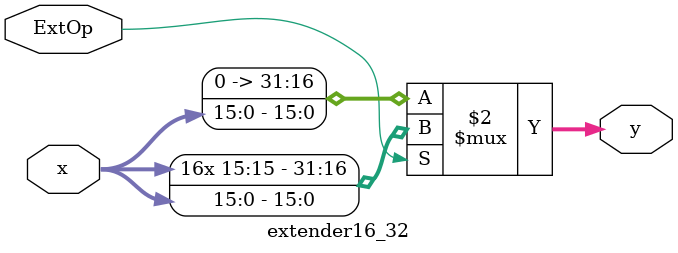
<source format=v>
module extender5_32(x,ExtOp,y);//5位立即数扩展为32位
input[4:0] x;
input ExtOp;
output[31:0] y;
assign y=(ExtOp==1)?{{27{x[4]}},x}:{{27'b0},x};
endmodule

module extender8_32(x,ExtOp,y);//5位立即数扩展为32位
input[7:0] x;
input ExtOp;
output[31:0] y;
assign y=(ExtOp==1)?{{24{x[7]}},x}:{{24'b0},x};
endmodule

module extender16_30(x,ExtOp,y);//16位立即数扩展为32位
input[15:0] x;
input ExtOp;
output[29:0] y;
assign y=(ExtOp==1)?{{14{x[15]}},x}:{{14'b0},x};
endmodule

module extender16_32(x,ExtOp,y);//16位立即数扩展为32位
input[15:0] x;
input ExtOp;
output[31:0] y;
assign y=(ExtOp==1)?{{16{x[15]}},x}:{{16'b0},x};
endmodule
</source>
